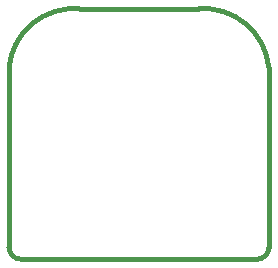
<source format=gbr>
G04 %TF.GenerationSoftware,KiCad,Pcbnew,(6.0.9-0)@% jlc*
G04 %TF.CreationDate,2023-01-04T12:54:03-08:00@% jlc*
G04 %TF.ProjectId,TMC2300-BOB v1.0,544d4332-3330-4302-9d42-4f422076312e,rev?@% jlc*
G04 %TF.SameCoordinates,Original@% jlc*
G04 %TF.FileFunction,Profile,NP@% jlc*
%FSLAX46Y46*%
G04 Gerber Fmt 4.6, Leading zero omitted, Abs format (unit mm)*
G04 Created by KiCad (PCBNEW (6.0.9-0)) date 2023-01-04 12:54:03*
%MOMM*%
%LPD*%
G01*
G04 APERTURE LIST*
G04 %TA.AperFunction,Profile@% jlc*
%ADD10C,0.400000*%
G04 %TD@% jlc*
G04 APERTURE END LIST*
D10*
X22000000Y16200000D02*
G75*
G03*
X16000000Y21200000I-5500000J-500000D01*
G01*
X6000000Y21200000D02*
G75*
G03*
X0Y16200000I-500000J-5500000D01*
G01*
X21000000Y0D02*
G75*
G03*
X22000000Y1000000I0J1000000D01*
G01*
X0Y1000000D02*
G75*
G03*
X1000000Y0I1000000J0D01*
G01*
X1000000Y0D02*
X21000000Y0D01*
X0Y16200000D02*
X0Y1000000D01*
X22000000Y1000000D02*
X22000000Y16200000D01*
X16000000Y21200000D02*
X6000000Y21200000D01*
M02*

</source>
